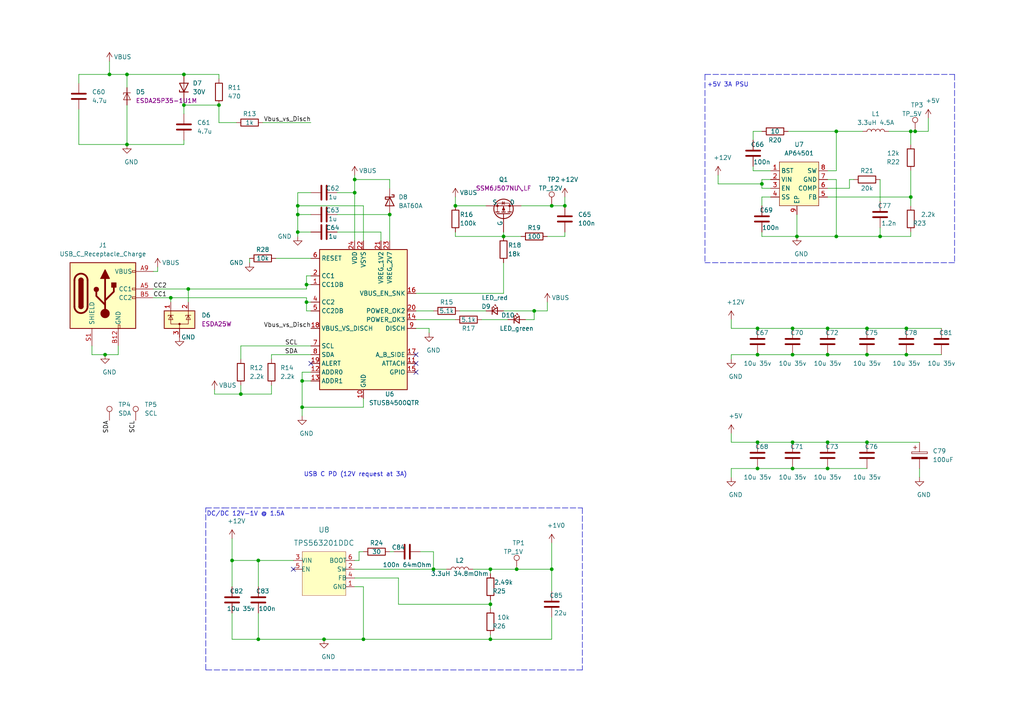
<source format=kicad_sch>
(kicad_sch (version 20211123) (generator eeschema)
  (paper "A4")
  (lib_symbols
    (symbol "CM4_NAS:AP64501"
      (property "Reference" "U" (at 0 8.89 0))
      (property "Value" "AP64501" (at 1.27 6.35 0))
      (symbol "AP64501_1_1"
        (pin passive line (at -7.62 2.54 0) (length 2.54) (name "BST") (number "1"))
        (pin power_in line (at -7.62 0 0) (length 2.54) (name "VIN") (number "2"))
        (pin input line (at -7.62 -2.54 0) (length 2.54) (name "EN") (number "3"))
        (pin input line (at -7.62 -5.08 0) (length 2.54) (name "SS") (number "4"))
        (pin input line (at 8.89 -5.08 180) (length 2.54) (name "FB") (number "5"))
        (pin input line (at 8.89 -2.54 180) (length 2.54) (name "COMP") (number "6"))
        (pin power_in line (at 8.89 0 180) (length 2.54) (name "GND") (number "7"))
        (pin output line (at 8.89 2.54 180) (length 2.54) (name "SW") (number "8"))
        (pin passive line (at 0 -10.16 90) (length 2.54) (name "EP") (number "9"))
      )
    )
    (symbol "CM4_NAS:ESDA25P35" (pin_numbers hide) (pin_names hide)
      (property "Reference" "D" (at 0 2.54 0))
      (property "MPN" "ESDA25P35" (at 0 -2.54 0))
      (symbol "ESDA25P35_1_1"
        (pin passive line (at -2.54 0 0) (length 2.54) (name "K1") (number "1"))
        (pin passive line (at 2.54 0 180) (length 2.54) (name "A") (number "2"))
      )
    )
    (symbol "CM4_NAS:ESDA25W" (pin_names hide)
      (property "Reference" "D" (at 5.715 2.54 0))
      (property "MPN" "ESDA25W" (at 10.16 0 0))
      (symbol "ESDA25W_0_0"
        (pin passive line (at 0 -5.08 90) (length 2.54) (name "A") (number "3"))
      )
      (symbol "ESDA25W_1_1"
        (pin passive line (at -2.54 5.08 270) (length 2.54) (name "K") (number "1"))
        (pin passive line (at 2.54 5.08 270) (length 2.54) (name "K") (number "2"))
      )
    )
    (symbol "CM4_NAS:SSM6J507NU" (pin_numbers hide) (pin_names (offset 0))
      (property "Reference" "Q" (at 5.08 1.27 0))
      (property "MPN" "SSM6J507NU" (at 11.43 -1.27 0))
      (symbol "SSM6J507NU_0_0"
        (pin passive line (at 2.54 5.08 270) (length 5.08) hide (name "D") (number "1"))
        (pin passive line (at 2.54 5.08 270) (length 5.08) hide (name "D") (number "2"))
        (pin passive line (at 2.54 5.08 270) (length 5.08) hide (name "D") (number "6"))
        (pin passive line (at 2.54 5.08 270) (length 5.08) (name "D") (number "D"))
        (pin passive line (at 2.54 -5.08 90) (length 5.08) (name "S") (number "S"))
      )
      (symbol "SSM6J507NU_1_1"
        (pin input line (at -5.08 0 0) (length 5.08) (name "G") (number "3"))
        (pin passive line (at 2.54 -5.08 90) (length 2.54) hide (name "S") (number "4"))
        (pin passive line (at 2.54 5.08 270) (length 2.54) hide (name "D") (number "5"))
      )
    )
    (symbol "CM4_NAS:TPS563201DDC" (pin_names (offset -0.254))
      (property "Reference" "U" (at -1.27 10.16 0))
      (property "Value" "TPS563201DDC" (at 0 7.62 0))
      (symbol "TPS563201DDC_1_1"
        (pin power_in line (at 8.89 -3.81 180) (length 2.54) (name "GND") (number "1"))
        (pin power_in line (at 8.89 1.27 180) (length 2.54) (name "SW") (number "2"))
        (pin power_in line (at -8.89 3.81 0) (length 2.54) (name "VIN") (number "3"))
        (pin input line (at 8.89 -1.27 180) (length 2.54) (name "FB") (number "4"))
        (pin input line (at -8.89 1.27 0) (length 2.54) (name "EN") (number "5"))
        (pin power_in line (at 8.89 3.81 180) (length 2.54) (name "BOOT") (number "6"))
      )
    )
    (symbol "CM4_NAS:USB_C_Receptacle_Charge" (pin_names (offset 1.016))
      (property "Reference" "J?" (at -0.3175 13.97 0))
      (property "Value" "USB_C_Receptacle_Charge" (at -0.3175 11.43 0))
      (symbol "USB_C_Receptacle_Charge_1_1"
        (pin passive line (at 3.81 -15.24 90) (length 5.08) hide (name "GND") (number "A12"))
        (pin bidirectional line (at 13.97 1.27 180) (length 5.08) (name "CC1") (number "A5"))
        (pin passive line (at 13.97 6.35 180) (length 5.08) (name "VBUS") (number "A9"))
        (pin passive line (at 3.81 -15.24 90) (length 5.08) (name "GND") (number "B12"))
        (pin bidirectional line (at 13.97 -1.27 180) (length 5.08) (name "CC2") (number "B5"))
        (pin passive line (at 13.97 6.35 180) (length 5.08) hide (name "VBUS") (number "B9"))
        (pin passive line (at -3.81 -15.24 90) (length 5.08) (name "SHIELD") (number "S1"))
        (pin passive line (at -3.81 -15.24 90) (length 5.08) hide (name "SHIELD") (number "S2"))
        (pin passive line (at -3.81 -15.24 90) (length 5.08) hide (name "SHIELD") (number "S3"))
        (pin passive line (at -3.81 -15.24 90) (length 5.08) hide (name "SHIELD") (number "S4"))
      )
    )
    (symbol "Connector:TestPoint" (pin_numbers hide) (pin_names (offset 0.762) hide)
      (property "Reference" "TP" (at 0 6.858 0))
      (property "Value" "TestPoint" (at 0 5.08 0))
      (symbol "TestPoint_1_1"
        (pin passive line (at 0 0 90) (length 2.54) (name "1") (number "1"))
      )
    )
    (symbol "Device:C" (pin_numbers hide) (pin_names (offset 0.254))
      (property "Reference" "C" (at 0.635 2.54 0))
      (property "Value" "C" (at 0.635 -2.54 0))
      (symbol "C_1_1"
        (pin passive line (at 0 3.81 270) (length 2.794) (name "~") (number "1"))
        (pin passive line (at 0 -3.81 90) (length 2.794) (name "~") (number "2"))
      )
    )
    (symbol "Device:C_Polarized" (pin_numbers hide) (pin_names (offset 0.254))
      (property "Reference" "C" (at 0.635 2.54 0))
      (property "Value" "C_Polarized" (at 0.635 -2.54 0))
      (symbol "C_Polarized_1_1"
        (pin passive line (at 0 3.81 270) (length 2.794) (name "~") (number "1"))
        (pin passive line (at 0 -3.81 90) (length 2.794) (name "~") (number "2"))
      )
    )
    (symbol "Device:D_Zener" (pin_numbers hide) (pin_names (offset 1.016) hide)
      (property "Reference" "D" (at 0 2.54 0))
      (property "Value" "D_Zener" (at 0 -2.54 0))
      (symbol "D_Zener_1_1"
        (pin passive line (at -3.81 0 0) (length 2.54) (name "K") (number "1"))
        (pin passive line (at 3.81 0 180) (length 2.54) (name "A") (number "2"))
      )
    )
    (symbol "Device:L" (pin_numbers hide) (pin_names (offset 1.016) hide)
      (property "Reference" "L" (at -1.27 0 90))
      (property "Value" "L" (at 1.905 0 90))
      (symbol "L_1_1"
        (pin passive line (at 0 3.81 270) (length 1.27) (name "1") (number "1"))
        (pin passive line (at 0 -3.81 90) (length 1.27) (name "2") (number "2"))
      )
    )
    (symbol "Device:LED_Small" (pin_numbers hide) (pin_names (offset 0.254) hide)
      (property "Reference" "D" (at -1.27 3.175 0))
      (property "Value" "LED_Small" (at -4.445 -2.54 0))
      (symbol "LED_Small_1_1"
        (pin passive line (at -2.54 0 0) (length 1.778) (name "K") (number "1"))
        (pin passive line (at 2.54 0 180) (length 1.778) (name "A") (number "2"))
      )
    )
    (symbol "Device:R" (pin_numbers hide) (pin_names (offset 0))
      (property "Reference" "R" (at 2.032 0 90))
      (property "Value" "R" (at 0 0 90))
      (symbol "R_1_1"
        (pin passive line (at 0 3.81 270) (length 1.27) (name "~") (number "1"))
        (pin passive line (at 0 -3.81 90) (length 1.27) (name "~") (number "2"))
      )
    )
    (symbol "Diode:BAT60A" (pin_numbers hide) (pin_names (offset 1.016) hide)
      (property "Reference" "D" (at 0 2.54 0))
      (property "Value" "BAT60A" (at 0 -2.54 0))
      (symbol "BAT60A_1_1"
        (pin passive line (at -3.81 0 0) (length 2.54) (name "K") (number "1"))
        (pin passive line (at 3.81 0 180) (length 2.54) (name "A") (number "2"))
      )
    )
    (symbol "Interface_USB:STUSB4500QTR"
      (property "Reference" "U" (at -12.7 21.59 0))
      (property "Value" "STUSB4500QTR" (at 8.89 -21.59 0))
      (symbol "STUSB4500QTR_1_1"
        (pin bidirectional line (at -15.24 10.16 0) (length 2.54) (name "CC1DB") (number "1"))
        (pin power_in line (at 0 -22.86 90) (length 2.54) (name "GND") (number "10"))
        (pin open_collector line (at 15.24 -12.7 180) (length 2.54) (name "ATTACH") (number "11"))
        (pin input line (at -15.24 -15.24 0) (length 2.54) (name "ADDR0") (number "12"))
        (pin input line (at -15.24 -17.78 0) (length 2.54) (name "ADDR1") (number "13"))
        (pin open_collector line (at 15.24 0 180) (length 2.54) (name "POWER_OK3") (number "14"))
        (pin open_collector line (at 15.24 -15.24 180) (length 2.54) (name "GPIO") (number "15"))
        (pin open_collector line (at 15.24 7.62 180) (length 2.54) (name "VBUS_EN_SNK") (number "16"))
        (pin open_collector line (at 15.24 -10.16 180) (length 2.54) (name "A_B_SIDE") (number "17"))
        (pin input line (at -15.24 -2.54 0) (length 2.54) (name "VBUS_VS_DISCH") (number "18"))
        (pin open_collector line (at -15.24 -12.7 0) (length 2.54) (name "ALERT") (number "19"))
        (pin bidirectional line (at -15.24 12.7 0) (length 2.54) (name "CC1") (number "2"))
        (pin open_collector line (at 15.24 2.54 180) (length 2.54) (name "POWER_OK2") (number "20"))
        (pin power_out line (at 5.08 22.86 270) (length 2.54) (name "VREG_1V2") (number "21"))
        (pin power_in line (at 0 22.86 270) (length 2.54) (name "VSYS") (number "22"))
        (pin power_out line (at 7.62 22.86 270) (length 2.54) (name "VREG_2V7") (number "23"))
        (pin power_in line (at -2.54 22.86 270) (length 2.54) (name "VDD") (number "24"))
        (pin passive line (at 0 -22.86 90) (length 2.54) hide (name "GND") (number "25"))
        (pin no_connect line (at -12.7 15.24 0) (length 2.54) hide (name "NC") (number "3"))
        (pin bidirectional line (at -15.24 5.08 0) (length 2.54) (name "CC2") (number "4"))
        (pin bidirectional line (at -15.24 2.54 0) (length 2.54) (name "CC2DB") (number "5"))
        (pin input line (at -15.24 17.78 0) (length 2.54) (name "RESET") (number "6"))
        (pin input line (at -15.24 -7.62 0) (length 2.54) (name "SCL") (number "7"))
        (pin bidirectional line (at -15.24 -10.16 0) (length 2.54) (name "SDA") (number "8"))
        (pin bidirectional line (at 15.24 -2.54 180) (length 2.54) (name "DISCH") (number "9"))
      )
    )
    (symbol "power:+12V" (power) (pin_names (offset 0))
      (property "Value" "+12V" (at 0 3.556 0))
      (symbol "+12V_1_1"
        (pin power_in line (at 0 0 90) (length 0) hide (name "+12V") (number "1"))
      )
    )
    (symbol "power:+1V0" (power) (pin_names (offset 0))
      (property "Value" "+1V0" (at 0 3.556 0))
      (symbol "+1V0_1_1"
        (pin power_in line (at 0 0 90) (length 0) hide (name "+1V0") (number "1"))
      )
    )
    (symbol "power:+5V" (power) (pin_names (offset 0))
      (property "Value" "+5V" (at 0 3.556 0))
      (symbol "+5V_1_1"
        (pin power_in line (at 0 0 90) (length 0) hide (name "+5V") (number "1"))
      )
    )
    (symbol "power:GND" (power) (pin_names (offset 0))
      (property "Value" "GND" (at 0 -3.81 0))
      (symbol "GND_1_1"
        (pin power_in line (at 0 0 270) (length 0) hide (name "GND") (number "1"))
      )
    )
    (symbol "power:VBUS" (power) (pin_names (offset 0))
      (property "Value" "VBUS" (at 0 3.81 0))
      (symbol "VBUS_1_1"
        (pin power_in line (at 0 0 90) (length 0) hide (name "VBUS") (number "1"))
      )
    )
  )
  (junction (at 242.57 38.1) (diameter 0.9144))
  (junction (at 142.24 175.26) (diameter 0.9144))
  (junction (at 69.85 114.3) (diameter 0.9144))
  (junction (at 88.9 82.55) (diameter 0.9144))
  (junction (at 102.87 55.88) (diameter 0.9144))
  (junction (at 142.24 165.1) (diameter 0.9144))
  (junction (at 105.41 185.42) (diameter 0.9144))
  (junction (at 264.16 57.15) (diameter 0.9144))
  (junction (at 146.05 68.58) (diameter 0.9144))
  (junction (at 125.73 165.1) (diameter 0.9144))
  (junction (at 219.71 95.25) (diameter 0.9144))
  (junction (at 86.36 62.23) (diameter 0.9144))
  (junction (at 74.93 162.56) (diameter 0.9144))
  (junction (at 86.36 67.31) (diameter 0.9144))
  (junction (at 142.24 185.42) (diameter 0.9144))
  (junction (at 240.03 95.25) (diameter 0.9144))
  (junction (at 30.48 102.87) (diameter 0.9144))
  (junction (at 53.34 21.59) (diameter 0.9144))
  (junction (at 113.03 62.23) (diameter 0.9144))
  (junction (at 31.75 21.59) (diameter 0.9144))
  (junction (at 240.03 135.89) (diameter 0.9144))
  (junction (at 251.46 102.87) (diameter 0.9144))
  (junction (at 229.87 95.25) (diameter 0.9144))
  (junction (at 102.87 52.07) (diameter 0.9144))
  (junction (at 74.93 185.42) (diameter 0.9144))
  (junction (at 251.46 128.27) (diameter 0.9144))
  (junction (at 163.83 59.69) (diameter 0.9144))
  (junction (at 49.53 86.36) (diameter 0.9144))
  (junction (at 154.94 90.17) (diameter 0.9144))
  (junction (at 251.46 95.25) (diameter 0.9144))
  (junction (at 229.87 128.27) (diameter 0.9144))
  (junction (at 86.36 59.69) (diameter 0.9144))
  (junction (at 262.89 95.25) (diameter 0.9144))
  (junction (at 220.98 53.34) (diameter 0.9144))
  (junction (at 87.63 118.11) (diameter 0.9144))
  (junction (at 36.83 41.91) (diameter 0.9144))
  (junction (at 240.03 128.27) (diameter 0.9144))
  (junction (at 264.16 38.1) (diameter 0.9144))
  (junction (at 219.71 135.89) (diameter 0.9144))
  (junction (at 87.63 110.49) (diameter 0.9144))
  (junction (at 219.71 128.27) (diameter 0.9144))
  (junction (at 219.71 102.87) (diameter 0.9144))
  (junction (at 93.98 185.42) (diameter 0.9144))
  (junction (at 255.27 68.58) (diameter 0.9144))
  (junction (at 242.57 68.58) (diameter 0.9144))
  (junction (at 53.34 30.48) (diameter 0.9144))
  (junction (at 160.02 59.69))
  (junction (at 229.87 135.89) (diameter 0.9144))
  (junction (at 149.86 165.1))
  (junction (at 265.43 38.1))
  (junction (at 63.5 30.48) (diameter 0.9144))
  (junction (at 88.9 87.63) (diameter 0.9144))
  (junction (at 240.03 102.87) (diameter 0.9144))
  (junction (at 229.87 102.87) (diameter 0.9144))
  (junction (at 231.14 68.58) (diameter 0.9144))
  (junction (at 132.08 59.69) (diameter 0.9144))
  (junction (at 160.02 165.1) (diameter 0.9144))
  (junction (at 67.31 162.56) (diameter 0.9144))
  (junction (at 36.83 21.59) (diameter 0.9144))
  (junction (at 262.89 102.87) (diameter 0.9144))
  (junction (at 54.61 83.82) (diameter 0.9144))
  (no_connect (at 120.65 102.87))
  (no_connect (at 85.09 165.1))
  (no_connect (at 120.65 105.41))
  (no_connect (at 120.65 107.95))
  (no_connect (at 90.17 105.41))
  (wire (pts (xy 142.24 173.99) (xy 142.24 175.26)))
  (wire (pts (xy 142.24 175.26) (xy 142.24 176.53)))
  (wire (pts (xy 120.65 90.17) (xy 125.73 90.17)))
  (wire (pts (xy 139.7 92.71) (xy 147.32 92.71)))
  (wire (pts (xy 242.57 68.58) (xy 231.14 68.58)))
  (wire (pts (xy 113.03 160.02) (xy 114.3 160.02)))
  (wire (pts (xy 229.87 128.27) (xy 240.03 128.27)))
  (wire (pts (xy 219.71 128.27) (xy 229.87 128.27)))
  (wire (pts (xy 87.63 110.49) (xy 87.63 107.95)))
  (wire (pts (xy 264.16 67.31) (xy 264.16 68.58)))
  (wire (pts (xy 26.67 102.87) (xy 30.48 102.87)))
  (wire (pts (xy 86.36 67.31) (xy 86.36 62.23)))
  (wire (pts (xy 63.5 35.56) (xy 63.5 30.48)))
  (wire (pts (xy 88.9 83.82) (xy 88.9 82.55)))
  (wire (pts (xy 44.45 78.74) (xy 45.72 78.74)))
  (wire (pts (xy 262.89 95.25) (xy 273.05 95.25)))
  (wire (pts (xy 78.74 114.3) (xy 69.85 114.3)))
  (wire (pts (xy 78.74 102.87) (xy 90.17 102.87)))
  (wire (pts (xy 212.09 95.25) (xy 219.71 95.25)))
  (wire (pts (xy 88.9 90.17) (xy 88.9 87.63)))
  (wire (pts (xy 102.87 165.1) (xy 125.73 165.1)))
  (wire (pts (xy 125.73 165.1) (xy 129.54 165.1)))
  (wire (pts (xy 219.71 102.87) (xy 212.09 102.87)))
  (wire (pts (xy 242.57 68.58) (xy 255.27 68.58)))
  (wire (pts (xy 251.46 128.27) (xy 266.7 128.27)))
  (wire (pts (xy 133.35 90.17) (xy 140.97 90.17)))
  (wire (pts (xy 53.34 29.21) (xy 53.34 30.48)))
  (wire (pts (xy 49.53 86.36) (xy 88.9 86.36)))
  (wire (pts (xy 146.05 68.58) (xy 151.13 68.58)))
  (wire (pts (xy 63.5 21.59) (xy 63.5 22.86)))
  (wire (pts (xy 22.86 31.75) (xy 22.86 41.91)))
  (polyline (pts (xy 276.86 76.2) (xy 204.47 76.2)) (stroke (width 0) (type dash)))
  (wire (pts (xy 251.46 95.25) (xy 262.89 95.25)))
  (wire (pts (xy 102.87 55.88) (xy 102.87 69.85)))
  (wire (pts (xy 242.57 38.1) (xy 250.19 38.1)))
  (wire (pts (xy 22.86 24.13) (xy 22.86 21.59)))
  (wire (pts (xy 269.24 34.29) (xy 269.24 38.1)))
  (wire (pts (xy 240.03 135.89) (xy 251.46 135.89)))
  (wire (pts (xy 212.09 125.73) (xy 212.09 128.27)))
  (wire (pts (xy 219.71 135.89) (xy 212.09 135.89)))
  (wire (pts (xy 240.03 102.87) (xy 229.87 102.87)))
  (wire (pts (xy 88.9 86.36) (xy 88.9 87.63)))
  (wire (pts (xy 62.23 114.3) (xy 69.85 114.3)))
  (wire (pts (xy 163.83 68.58) (xy 163.83 67.31)))
  (wire (pts (xy 132.08 67.31) (xy 132.08 68.58)))
  (wire (pts (xy 102.87 52.07) (xy 102.87 55.88)))
  (wire (pts (xy 74.93 162.56) (xy 85.09 162.56)))
  (polyline (pts (xy 204.47 21.59) (xy 276.86 21.59)) (stroke (width 0) (type dash)))
  (wire (pts (xy 102.87 167.64) (xy 115.57 167.64)))
  (wire (pts (xy 115.57 167.64) (xy 115.57 175.26)))
  (wire (pts (xy 115.57 175.26) (xy 142.24 175.26)))
  (wire (pts (xy 110.49 67.31) (xy 97.79 67.31)))
  (wire (pts (xy 120.65 85.09) (xy 146.05 85.09)))
  (wire (pts (xy 36.83 30.48) (xy 36.83 41.91)))
  (wire (pts (xy 121.92 160.02) (xy 125.73 160.02)))
  (wire (pts (xy 125.73 160.02) (xy 125.73 165.1)))
  (wire (pts (xy 218.44 40.64) (xy 218.44 38.1)))
  (wire (pts (xy 255.27 66.04) (xy 255.27 68.58)))
  (wire (pts (xy 240.03 95.25) (xy 251.46 95.25)))
  (polyline (pts (xy 204.47 21.59) (xy 204.47 76.2)) (stroke (width 0) (type dash)))
  (wire (pts (xy 30.48 102.87) (xy 34.29 102.87)))
  (wire (pts (xy 154.94 90.17) (xy 154.94 92.71)))
  (wire (pts (xy 87.63 118.11) (xy 105.41 118.11)))
  (wire (pts (xy 212.09 92.71) (xy 212.09 95.25)))
  (wire (pts (xy 273.05 102.87) (xy 262.89 102.87)))
  (wire (pts (xy 34.29 102.87) (xy 34.29 100.33)))
  (wire (pts (xy 88.9 80.01) (xy 88.9 82.55)))
  (wire (pts (xy 218.44 49.53) (xy 218.44 48.26)))
  (wire (pts (xy 67.31 177.8) (xy 67.31 185.42)))
  (wire (pts (xy 67.31 185.42) (xy 74.93 185.42)))
  (wire (pts (xy 74.93 185.42) (xy 93.98 185.42)))
  (wire (pts (xy 229.87 95.25) (xy 240.03 95.25)))
  (wire (pts (xy 86.36 59.69) (xy 105.41 59.69)))
  (wire (pts (xy 220.98 67.31) (xy 220.98 68.58)))
  (wire (pts (xy 208.28 53.34) (xy 220.98 53.34)))
  (wire (pts (xy 67.31 162.56) (xy 74.93 162.56)))
  (wire (pts (xy 67.31 170.18) (xy 67.31 162.56)))
  (wire (pts (xy 223.52 54.61) (xy 220.98 54.61)))
  (wire (pts (xy 53.34 40.64) (xy 53.34 41.91)))
  (wire (pts (xy 212.09 102.87) (xy 212.09 104.14)))
  (wire (pts (xy 220.98 52.07) (xy 223.52 52.07)))
  (wire (pts (xy 158.75 87.63) (xy 158.75 90.17)))
  (wire (pts (xy 69.85 114.3) (xy 69.85 111.76)))
  (wire (pts (xy 53.34 41.91) (xy 36.83 41.91)))
  (wire (pts (xy 142.24 165.1) (xy 149.86 165.1)))
  (wire (pts (xy 160.02 165.1) (xy 160.02 171.45)))
  (wire (pts (xy 154.94 92.71) (xy 152.4 92.71)))
  (wire (pts (xy 74.93 162.56) (xy 74.93 170.18)))
  (wire (pts (xy 158.75 68.58) (xy 163.83 68.58)))
  (wire (pts (xy 90.17 90.17) (xy 88.9 90.17)))
  (wire (pts (xy 229.87 102.87) (xy 219.71 102.87)))
  (wire (pts (xy 53.34 30.48) (xy 63.5 30.48)))
  (wire (pts (xy 44.45 86.36) (xy 49.53 86.36)))
  (wire (pts (xy 49.53 86.36) (xy 49.53 87.63)))
  (wire (pts (xy 265.43 38.1) (xy 264.16 38.1)))
  (wire (pts (xy 240.03 57.15) (xy 264.16 57.15)))
  (wire (pts (xy 54.61 83.82) (xy 54.61 87.63)))
  (wire (pts (xy 212.09 135.89) (xy 212.09 138.43)))
  (wire (pts (xy 78.74 104.14) (xy 78.74 102.87)))
  (wire (pts (xy 132.08 68.58) (xy 146.05 68.58)))
  (wire (pts (xy 90.17 110.49) (xy 87.63 110.49)))
  (wire (pts (xy 229.87 135.89) (xy 240.03 135.89)))
  (wire (pts (xy 124.46 95.25) (xy 124.46 96.52)))
  (wire (pts (xy 149.86 165.1) (xy 160.02 165.1)))
  (wire (pts (xy 68.58 35.56) (xy 63.5 35.56)))
  (wire (pts (xy 62.23 113.03) (xy 62.23 114.3)))
  (polyline (pts (xy 276.86 21.59) (xy 276.86 76.2)) (stroke (width 0) (type dash)))
  (wire (pts (xy 22.86 41.91) (xy 36.83 41.91)))
  (wire (pts (xy 120.65 95.25) (xy 124.46 95.25)))
  (wire (pts (xy 262.89 102.87) (xy 251.46 102.87)))
  (wire (pts (xy 31.75 21.59) (xy 31.75 17.78)))
  (wire (pts (xy 80.01 74.93) (xy 90.17 74.93)))
  (wire (pts (xy 36.83 21.59) (xy 31.75 21.59)))
  (wire (pts (xy 76.2 35.56) (xy 90.17 35.56)))
  (wire (pts (xy 86.36 62.23) (xy 90.17 62.23)))
  (wire (pts (xy 105.41 170.18) (xy 102.87 170.18)))
  (wire (pts (xy 105.41 185.42) (xy 105.41 170.18)))
  (wire (pts (xy 142.24 184.15) (xy 142.24 185.42)))
  (wire (pts (xy 142.24 185.42) (xy 105.41 185.42)))
  (wire (pts (xy 242.57 49.53) (xy 240.03 49.53)))
  (wire (pts (xy 146.05 67.31) (xy 146.05 68.58)))
  (wire (pts (xy 264.16 38.1) (xy 264.16 41.91)))
  (polyline (pts (xy 59.69 147.32) (xy 64.77 147.32)) (stroke (width 0) (type dash)))
  (polyline (pts (xy 59.69 194.31) (xy 59.69 147.32)) (stroke (width 0) (type dash)))
  (polyline (pts (xy 64.77 147.32) (xy 168.91 147.32)) (stroke (width 0) (type dash)))
  (polyline (pts (xy 168.91 147.32) (xy 168.91 194.31)) (stroke (width 0) (type dash)))
  (polyline (pts (xy 168.91 194.31) (xy 59.69 194.31)) (stroke (width 0) (type dash)))
  (wire (pts (xy 36.83 21.59) (xy 53.34 21.59)))
  (wire (pts (xy 53.34 21.59) (xy 63.5 21.59)))
  (wire (pts (xy 87.63 110.49) (xy 87.63 118.11)))
  (wire (pts (xy 88.9 80.01) (xy 90.17 80.01)))
  (wire (pts (xy 69.85 100.33) (xy 69.85 104.14)))
  (wire (pts (xy 257.81 38.1) (xy 264.16 38.1)))
  (wire (pts (xy 110.49 69.85) (xy 110.49 67.31)))
  (wire (pts (xy 151.13 59.69) (xy 160.02 59.69)))
  (wire (pts (xy 86.36 67.31) (xy 90.17 67.31)))
  (wire (pts (xy 212.09 128.27) (xy 219.71 128.27)))
  (wire (pts (xy 142.24 165.1) (xy 142.24 166.37)))
  (wire (pts (xy 86.36 68.58) (xy 86.36 67.31)))
  (wire (pts (xy 22.86 21.59) (xy 31.75 21.59)))
  (wire (pts (xy 102.87 52.07) (xy 113.03 52.07)))
  (wire (pts (xy 220.98 57.15) (xy 223.52 57.15)))
  (wire (pts (xy 163.83 57.15) (xy 163.83 59.69)))
  (wire (pts (xy 86.36 59.69) (xy 86.36 55.88)))
  (wire (pts (xy 264.16 68.58) (xy 255.27 68.58)))
  (wire (pts (xy 264.16 49.53) (xy 264.16 57.15)))
  (wire (pts (xy 88.9 87.63) (xy 90.17 87.63)))
  (wire (pts (xy 219.71 95.25) (xy 229.87 95.25)))
  (wire (pts (xy 266.7 135.89) (xy 266.7 138.43)))
  (wire (pts (xy 78.74 111.76) (xy 78.74 114.3)))
  (wire (pts (xy 231.14 68.58) (xy 231.14 62.23)))
  (wire (pts (xy 223.52 49.53) (xy 218.44 49.53)))
  (wire (pts (xy 132.08 57.15) (xy 132.08 59.69)))
  (wire (pts (xy 45.72 78.74) (xy 45.72 77.47)))
  (wire (pts (xy 54.61 83.82) (xy 88.9 83.82)))
  (wire (pts (xy 86.36 62.23) (xy 86.36 59.69)))
  (wire (pts (xy 220.98 59.69) (xy 220.98 57.15)))
  (wire (pts (xy 93.98 185.42) (xy 105.41 185.42)))
  (wire (pts (xy 102.87 162.56) (xy 104.14 162.56)))
  (wire (pts (xy 104.14 160.02) (xy 105.41 160.02)))
  (wire (pts (xy 104.14 162.56) (xy 104.14 160.02)))
  (wire (pts (xy 67.31 156.21) (xy 67.31 162.56)))
  (wire (pts (xy 142.24 185.42) (xy 160.02 185.42)))
  (wire (pts (xy 160.02 185.42) (xy 160.02 179.07)))
  (wire (pts (xy 220.98 54.61) (xy 220.98 53.34)))
  (wire (pts (xy 44.45 83.82) (xy 54.61 83.82)))
  (wire (pts (xy 90.17 82.55) (xy 88.9 82.55)))
  (wire (pts (xy 146.05 90.17) (xy 154.94 90.17)))
  (wire (pts (xy 220.98 68.58) (xy 231.14 68.58)))
  (wire (pts (xy 219.71 135.89) (xy 229.87 135.89)))
  (wire (pts (xy 72.39 74.93) (xy 72.39 76.2)))
  (wire (pts (xy 160.02 157.48) (xy 160.02 165.1)))
  (wire (pts (xy 158.75 90.17) (xy 154.94 90.17)))
  (wire (pts (xy 142.24 165.1) (xy 137.16 165.1)))
  (wire (pts (xy 160.02 59.69) (xy 163.83 59.69)))
  (wire (pts (xy 218.44 38.1) (xy 220.98 38.1)))
  (wire (pts (xy 240.03 54.61) (xy 246.38 54.61)))
  (wire (pts (xy 220.98 53.34) (xy 220.98 52.07)))
  (wire (pts (xy 208.28 50.8) (xy 208.28 53.34)))
  (wire (pts (xy 90.17 100.33) (xy 69.85 100.33)))
  (wire (pts (xy 146.05 85.09) (xy 146.05 76.2)))
  (wire (pts (xy 97.79 62.23) (xy 113.03 62.23)))
  (wire (pts (xy 120.65 92.71) (xy 132.08 92.71)))
  (wire (pts (xy 113.03 54.61) (xy 113.03 52.07)))
  (wire (pts (xy 97.79 55.88) (xy 102.87 55.88)))
  (wire (pts (xy 228.6 38.1) (xy 242.57 38.1)))
  (wire (pts (xy 242.57 38.1) (xy 242.57 49.53)))
  (wire (pts (xy 242.57 52.07) (xy 242.57 68.58)))
  (wire (pts (xy 53.34 30.48) (xy 53.34 33.02)))
  (wire (pts (xy 269.24 38.1) (xy 265.43 38.1)))
  (wire (pts (xy 255.27 52.07) (xy 255.27 58.42)))
  (wire (pts (xy 246.38 54.61) (xy 246.38 52.07)))
  (wire (pts (xy 240.03 128.27) (xy 251.46 128.27)))
  (wire (pts (xy 105.41 115.57) (xy 105.41 118.11)))
  (wire (pts (xy 87.63 107.95) (xy 90.17 107.95)))
  (wire (pts (xy 26.67 100.33) (xy 26.67 102.87)))
  (wire (pts (xy 36.83 25.4) (xy 36.83 21.59)))
  (wire (pts (xy 87.63 118.11) (xy 87.63 120.65)))
  (wire (pts (xy 86.36 55.88) (xy 90.17 55.88)))
  (wire (pts (xy 264.16 57.15) (xy 264.16 59.69)))
  (wire (pts (xy 246.38 52.07) (xy 247.65 52.07)))
  (wire (pts (xy 113.03 62.23) (xy 113.03 69.85)))
  (wire (pts (xy 102.87 50.8) (xy 102.87 52.07)))
  (wire (pts (xy 251.46 102.87) (xy 240.03 102.87)))
  (wire (pts (xy 240.03 52.07) (xy 242.57 52.07)))
  (wire (pts (xy 74.93 177.8) (xy 74.93 185.42)))
  (wire (pts (xy 105.41 69.85) (xy 105.41 59.69)))
  (wire (pts (xy 132.08 59.69) (xy 140.97 59.69)))
  (text "USB C PD (12V request at 3A)\n" (at 118.11 138.43 180) (effects (font (size 1.27 1.27)) (justify right bottom)))
  (text "DC/DC 12V-1V @ 1.5A" (at 82.55 149.86 180) (effects (font (size 1.27 1.27)) (justify right bottom)))
  (text "+5V 3A PSU" (at 217.17 25.4 180) (effects (font (size 1.27 1.27)) (justify right bottom)))
  (label "SDA" (at 86.36 102.87 180))
  (label "Vbus_vs_Disch" (at 90.17 95.25 180))
  (label "SCL" (at 86.36 100.33 180))
  (label "SDA" (at 31.75 121.92 270))
  (label "Vbus_vs_Disch" (at 90.17 35.56 180))
  (label "SCL" (at 39.37 121.92 270))
  (label "CC1" (at 44.45 86.36 0))
  (label "CC2" (at 44.45 83.82 0))
  (symbol (lib_id "Device:R") (at 78.74 107.95 0) (unit 1)
    (property "Reference" "R14" (at 81.28 106.68 0) (effects (justify left)))
    (property "Value" "2.2k" (at 81.28 109.22 0) (effects (justify left)))
    (property "Footprint" "Resistor_SMD:R_0402_1005Metric" (effects hide))
    (property "MFR" "Yageo" (effects hide))
    (property "MPN" "RC0402FR-132K2L" (effects hide))
  )
  (symbol (lib_id "power:GND") (at 231.14 68.58 0) (unit 1)
    (property "Reference" "#PWR0156" (effects hide))
    (property "Value" "GND" (at 232.41 73.66 0))
  )
  (symbol (lib_id "power:GND") (at 124.46 96.52 0) (unit 1)
    (property "Reference" "#PWR0146" (effects hide))
    (property "Value" "GND" (at 125.73 101.6 0))
  )
  (symbol (lib_id "Device:R") (at 132.08 63.5 0) (unit 1)
    (property "Reference" "R16" (at 133.35 62.23 0) (effects (justify left)))
    (property "Value" "100k" (at 133.35 64.77 0) (effects (justify left)))
    (property "Footprint" "Resistor_SMD:R_0402_1005Metric" (effects hide))
    (property "MFR" "Bourns" (effects hide))
    (property "MPN" "CR0402-FX-1003GLF" (effects hide))
  )
  (symbol (lib_id "Interface_USB:STUSB4500QTR") (at 105.41 92.71 0) (unit 1)
    (property "Reference" "U6" (at 113.03 114.3 0))
    (property "Value" "STUSB4500QTR" (at 114.3 116.84 0))
    (property "Footprint" "Package_DFN_QFN:QFN-24-1EP_4x4mm_P0.5mm_EP2.7x2.7mm" (effects hide))
    (property "Datasheet" "https://www.st.com/resource/en/datasheet/stusb4500.pdf" (effects hide))
    (property "MFR" "STMicroelectronics " (effects hide))
    (property "MPN" "STUSB4500QTR " (effects hide))
  )
  (symbol (lib_id "power:GND") (at 30.48 102.87 0) (unit 1)
    (property "Reference" "#PWR0149" (effects hide))
    (property "Value" "GND" (at 31.75 107.95 0))
  )
  (symbol (lib_id "power:VBUS") (at 62.23 113.03 0) (unit 1)
    (property "Reference" "#PWR0144" (effects hide))
    (property "Value" "VBUS" (at 66.04 111.76 0))
  )
  (symbol (lib_id "power:VBUS") (at 132.08 57.15 0) (unit 1)
    (property "Reference" "#PWR0153" (effects hide))
    (property "Value" "VBUS" (at 135.89 55.88 0))
  )
  (symbol (lib_id "power:GND") (at 212.09 138.43 0) (unit 1)
    (property "Reference" "#PWR0159" (effects hide))
    (property "Value" "GND" (at 213.36 143.51 0))
  )
  (symbol (lib_id "power:+12V") (at 67.31 156.21 0) (unit 1)
    (property "Reference" "#PWR0177" (effects hide))
    (property "Value" "+12V" (at 68.58 151.13 0))
  )
  (symbol (lib_id "Device:C") (at 53.34 36.83 0) (unit 1)
    (property "Reference" "C61" (at 57.15 35.56 0) (effects (justify left)))
    (property "Value" "4.7u" (at 57.15 38.1 0) (effects (justify left)))
    (property "Footprint" "Capacitor_SMD:C_0603_1608Metric" (effects hide))
    (property "MFR" "Samsung" (effects hide))
    (property "MPN" "CL10A475KO8NNNC" (effects hide))
  )
  (symbol (lib_id "CM4_NAS:SSM6J507NU") (at 146.05 62.23 270) (mirror x) (unit 1)
    (property "Reference" "Q1" (at 146.05 52.07 90))
    (property "Value" "SSM6J507NU" (effects hide))
    (property "Footprint" "CM4+NAS:UDFN6B" (effects hide))
    (property "MPN" "SSM6J507NU\\,LF" (at 146.05 54.61 90))
    (property "MFR" "Toshiba" (effects hide))
  )
  (symbol (lib_id "power:VBUS") (at 45.72 77.47 0) (unit 1)
    (property "Reference" "#PWR0147" (effects hide))
    (property "Value" "VBUS" (at 49.53 76.2 0))
  )
  (symbol (lib_id "Device:L") (at 254 38.1 90) (unit 1)
    (property "Reference" "L1" (at 254 33.02 90))
    (property "Value" "3.3uH 4.5A" (at 254 35.56 90))
    (property "Footprint" "Inductor_SMD:L_Bourns_SRN6045TA" (effects hide))
    (property "MFR" "Bourns" (effects hide))
    (property "MPN" "SRN6045TA-3R3Y" (effects hide))
  )
  (symbol (lib_id "power:GND") (at 72.39 76.2 0) (unit 1)
    (property "Reference" "#PWR0185" (effects hide))
    (property "Value" "GND" (at 68.58 76.2 0))
  )
  (symbol (lib_id "Device:C") (at 163.83 63.5 0) (unit 1)
    (property "Reference" "C65" (at 167.64 62.23 0) (effects (justify left)))
    (property "Value" "100n" (at 167.64 64.77 0) (effects (justify left)))
    (property "Footprint" "Capacitor_SMD:C_0402_1005Metric" (effects hide))
    (property "MFR" "Murata" (effects hide))
    (property "MPN" "GCM155R71C104KA55D" (effects hide))
  )
  (symbol (lib_id "Device:L") (at 133.35 165.1 90) (unit 1)
    (property "Reference" "L2" (at 133.35 162.56 90))
    (property "Value" "3.3uH 34.8mOhm" (at 133.35 166.37 90))
    (property "Footprint" "Inductor_SMD:L_Coilcraft_XxL4020" (effects hide))
    (property "MFR" "Coilcraft" (effects hide))
    (property "MPN" "XFL4020-332MEC" (effects hide))
  )
  (symbol (lib_id "Diode:BAT60A") (at 113.03 58.42 270) (unit 1)
    (property "Reference" "D8" (at 115.57 57.15 90) (effects (justify left)))
    (property "Value" "BAT60A" (at 115.57 59.69 90) (effects (justify left)))
    (property "Footprint" "Diode_SMD:D_SOD-323" (effects hide))
    (property "Datasheet" "https://www.infineon.com/dgdl/Infineon-BAT60ASERIES-DS-v01_01-en.pdf?fileId=db3a304313d846880113def70c9304a9" (effects hide))
    (property "MFR" "Infineon\\ Technologies" (effects hide))
    (property "MPN" "BAT\\ 60A\\ E6327" (effects hide))
    (property "SPN" "726-BAT60AE6327" (effects hide))
  )
  (symbol (lib_id "Device:C") (at 229.87 99.06 180) (unit 1)
    (property "Reference" "C70" (at 231.14 96.52 0))
    (property "Value" "10u 35v" (at 229.87 105.41 0))
    (property "Footprint" "Capacitor_SMD:C_0805_2012Metric" (effects hide))
    (property "MFR" "TDK" (effects hide))
    (property "MPN" "C2012X5R1V106M085AC" (effects hide))
  )
  (symbol (lib_id "Device:C") (at 251.46 99.06 180) (unit 1)
    (property "Reference" "C75" (at 252.73 96.52 0))
    (property "Value" "10u 35v" (at 251.46 105.41 0))
    (property "Footprint" "Capacitor_SMD:C_0805_2012Metric" (effects hide))
    (property "MFR" "TDK" (effects hide))
    (property "MPN" "C2012X5R1V106M085AC" (effects hide))
  )
  (symbol (lib_id "Device:C") (at 118.11 160.02 270) (unit 1)
    (property "Reference" "C84" (at 115.57 158.75 90))
    (property "Value" "100n 64mOhm" (at 118.11 163.83 90))
    (property "Footprint" "Capacitor_SMD:C_0402_1005Metric" (effects hide))
    (property "MFR" "TDK" (effects hide))
    (property "MPN" "CGA2B3X7R1H104K050BB " (effects hide))
  )
  (symbol (lib_id "Device:C") (at 67.31 173.99 180) (unit 1)
    (property "Reference" "C82" (at 68.58 171.45 0))
    (property "Value" "10u 35v" (at 69.85 176.53 0))
    (property "Footprint" "Capacitor_SMD:C_0603_1608Metric" (effects hide))
    (property "MFR" "TDK" (effects hide))
    (property "MPN" "C2012X5R1V106M085AC" (effects hide))
  )
  (symbol (lib_id "power:GND") (at 87.63 120.65 0) (unit 1)
    (property "Reference" "#PWR0143" (effects hide))
    (property "Value" "GND" (at 88.9 125.73 0))
  )
  (symbol (lib_id "Device:R") (at 69.85 107.95 0) (unit 1)
    (property "Reference" "R12" (at 72.39 106.68 0) (effects (justify left)))
    (property "Value" "2.2k" (at 72.39 109.22 0) (effects (justify left)))
    (property "Footprint" "Resistor_SMD:R_0402_1005Metric" (effects hide))
    (property "MFR" "Yageo" (effects hide))
    (property "MPN" "RC0402FR-132K2L" (effects hide))
  )
  (symbol (lib_id "power:GND") (at 93.98 185.42 0) (unit 1)
    (property "Reference" "#PWR0176" (effects hide))
    (property "Value" "GND" (at 95.25 190.5 0))
  )
  (symbol (lib_id "power:+1V0") (at 160.02 157.48 0) (unit 1)
    (property "Reference" "#PWR0178" (effects hide))
    (property "Value" "+1V0" (at 161.29 152.4 0))
  )
  (symbol (lib_id "power:+12V") (at 208.28 50.8 0) (unit 1)
    (property "Reference" "#PWR0158" (effects hide))
    (property "Value" "+12V" (at 209.55 45.72 0))
  )
  (symbol (lib_id "Connector:TestPoint") (at 265.43 38.1 0) (unit 1)
    (property "Reference" "TP3" (at 264.16 30.48 0) (effects (justify left)))
    (property "Value" "TP_5V" (at 261.62 33.02 0) (effects (justify left)))
    (property "Footprint" "TestPoint:TestPoint_Pad_D1.5mm" (effects hide))
    (property "DNP" "DNP" (effects hide))
  )
  (symbol (lib_id "Device:R") (at 142.24 170.18 180) (unit 1)
    (property "Reference" "R25" (at 144.78 171.45 0))
    (property "Value" "2.49k" (at 146.05 168.91 0))
    (property "Footprint" "Resistor_SMD:R_0402_1005Metric" (effects hide))
    (property "MFR" "Yageo" (effects hide))
    (property "MPN" "RC0402FR-072K49L" (effects hide))
  )
  (symbol (lib_id "CM4_NAS:USB_C_Receptacle_Charge") (at 30.48 85.09 0) (unit 1)
    (property "Reference" "J1" (at 29.845 71.12 0))
    (property "Value" "USB_C_Receptacle_Charge" (at 29.845 73.66 0))
    (property "Footprint" "CM4+NAS:GCT_USB4140-GF-0070-C_REV0.4" (effects hide))
    (property "Datasheet" "https://www.usb.org/sites/default/files/documents/usb_type-c.zip" (effects hide))
    (property "MFR" "GCT" (effects hide))
    (property "MPN" "USB4140-GF-0070-C " (effects hide))
  )
  (symbol (lib_id "power:GND") (at 266.7 138.43 0) (unit 1)
    (property "Reference" "#PWR0163" (effects hide))
    (property "Value" "GND" (at 267.97 143.51 0))
  )
  (symbol (lib_id "Device:R") (at 142.24 180.34 180) (unit 1)
    (property "Reference" "R26" (at 144.78 181.61 0))
    (property "Value" "10k" (at 146.05 179.07 0))
    (property "Footprint" "Resistor_SMD:R_0402_1005Metric" (effects hide))
    (property "MFR" "Yageo" (effects hide))
    (property "MPN" "RC0402FR-0710KP" (effects hide))
  )
  (symbol (lib_id "Device:C") (at 255.27 62.23 180) (unit 1)
    (property "Reference" "C77" (at 256.54 59.69 0))
    (property "Value" "1.2n" (at 257.81 64.77 0))
    (property "Footprint" "Capacitor_SMD:C_0402_1005Metric" (effects hide))
    (property "MFR" "AVX" (effects hide))
    (property "MPN" "0402YC122MAT2A" (effects hide))
  )
  (symbol (lib_id "power:GND") (at 212.09 104.14 0) (unit 1)
    (property "Reference" "#PWR0161" (effects hide))
    (property "Value" "GND" (at 213.36 109.22 0))
  )
  (symbol (lib_id "Device:R") (at 251.46 52.07 270) (unit 1)
    (property "Reference" "R21" (at 251.46 49.53 90))
    (property "Value" "20k" (at 251.46 54.61 90))
    (property "Footprint" "Resistor_SMD:R_0402_1005Metric" (effects hide))
    (property "MFR" "Yageo" (effects hide))
    (property "MPN" "RC0402FR-7D20KL" (effects hide))
  )
  (symbol (lib_id "Device:C") (at 160.02 175.26 180) (unit 1)
    (property "Reference" "C85" (at 161.29 172.72 0))
    (property "Value" "22u" (at 162.56 177.8 0))
    (property "Footprint" "Capacitor_SMD:C_0805_2012Metric" (effects hide))
    (property "MFR" "Samsung" (effects hide))
    (property "MPN" "CL21A226MQQNNNG" (effects hide))
  )
  (symbol (lib_id "Device:C") (at 273.05 99.06 180) (unit 1)
    (property "Reference" "C81" (at 274.32 96.52 0))
    (property "Value" "10u 35v" (at 273.05 105.41 0))
    (property "Footprint" "Capacitor_SMD:C_0805_2012Metric" (effects hide))
    (property "MFR" "TDK" (effects hide))
    (property "MPN" "C2012X5R1V106M085AC" (effects hide))
  )
  (symbol (lib_id "power:+12V") (at 212.09 92.71 0) (unit 1)
    (property "Reference" "#PWR0157" (effects hide))
    (property "Value" "+12V" (at 213.36 87.63 0))
  )
  (symbol (lib_id "power:GND") (at 36.83 41.91 0) (unit 1)
    (property "Reference" "#PWR0151" (effects hide))
    (property "Value" "GND" (at 38.1 46.99 0))
  )
  (symbol (lib_id "power:+5V") (at 269.24 34.29 0) (unit 1)
    (property "Reference" "#PWR0162" (effects hide))
    (property "Value" "+5V" (at 270.51 29.21 0))
  )
  (symbol (lib_id "CM4_NAS:ESDA25W") (at 52.07 92.71 0) (unit 1)
    (property "Reference" "D6" (at 58.42 91.44 0) (effects (justify left)))
    (property "Value" "ESDA25W" (effects hide))
    (property "Footprint" "Package_TO_SOT_SMD:SOT-323_SC-70" (effects hide))
    (property "Datasheet" "http://www.littelfuse.com/~/media/files/littelfuse/technical%20resources/documents/data%20sheets/sp05xxba.pdf" (effects hide))
    (property "MPN" "ESDA25W" (at 58.42 93.98 0) (effects (justify left)))
    (property "MFR" "STMicroelectronics " (effects hide))
    (property "SPN" "511-ESDA25W" (effects hide))
  )
  (symbol (lib_id "Device:R") (at 129.54 90.17 90) (unit 1)
    (property "Reference" "R15" (at 129.54 87.63 90))
    (property "Value" "5.1k" (at 129.54 90.17 90))
    (property "Footprint" "Resistor_SMD:R_0402_1005Metric" (effects hide))
    (property "MFR" "Yageo" (effects hide))
    (property "MPN" "RC0402FR-135K1L" (effects hide))
  )
  (symbol (lib_id "Device:C") (at 251.46 132.08 180) (unit 1)
    (property "Reference" "C76" (at 252.73 129.54 0))
    (property "Value" "10u 35v" (at 251.46 138.43 0))
    (property "Footprint" "Capacitor_SMD:C_0805_2012Metric" (effects hide))
    (property "MFR" "TDK" (effects hide))
    (property "MPN" "C2012X5R1V106M085AC" (effects hide))
  )
  (symbol (lib_id "Device:LED_Small") (at 149.86 92.71 0) (unit 1)
    (property "Reference" "D10" (at 147.32 91.44 0))
    (property "Value" "LED_green" (at 149.86 95.25 0))
    (property "Footprint" "LED_SMD:LED_0603_1608Metric" (effects hide))
    (property "MFR" "Kingbright" (effects hide))
    (property "MPN" "APTD1608LCGCK" (effects hide))
  )
  (symbol (lib_id "Device:C") (at 218.44 44.45 180) (unit 1)
    (property "Reference" "C66" (at 219.71 41.91 0))
    (property "Value" "100n" (at 220.98 46.99 0))
    (property "Footprint" "Capacitor_SMD:C_0402_1005Metric" (effects hide))
    (property "MFR" "Murata" (effects hide))
    (property "MPN" "GCM155R71C104KA55D" (effects hide))
  )
  (symbol (lib_id "Device:R") (at 264.16 63.5 180) (unit 1)
    (property "Reference" "R23" (at 266.7 64.77 0))
    (property "Value" "2.2k" (at 269.24 62.23 0))
    (property "Footprint" "Resistor_SMD:R_0402_1005Metric" (effects hide))
    (property "MFR" "Yageo" (effects hide))
    (property "MPN" "RC0402FR-132K2L" (effects hide))
  )
  (symbol (lib_id "Connector:TestPoint") (at 31.75 121.92 0) (unit 1)
    (property "Reference" "TP4" (at 34.29 117.3479 0) (effects (justify left)))
    (property "Value" "SDA" (at 34.29 119.8879 0) (effects (justify left)))
    (property "Footprint" "TestPoint:TestPoint_Pad_D1.0mm" (effects hide))
    (property "DNP" "DNP" (effects hide))
  )
  (symbol (lib_id "Device:C") (at 240.03 99.06 180) (unit 1)
    (property "Reference" "C72" (at 241.3 96.52 0))
    (property "Value" "10u 35v" (at 240.03 105.41 0))
    (property "Footprint" "Capacitor_SMD:C_0805_2012Metric" (effects hide))
    (property "MFR" "TDK" (effects hide))
    (property "MPN" "C2012X5R1V106M085AC" (effects hide))
  )
  (symbol (lib_id "Device:LED_Small") (at 143.51 90.17 0) (unit 1)
    (property "Reference" "D9" (at 140.97 88.9 0))
    (property "Value" "LED_red" (at 143.51 86.36 0))
    (property "Footprint" "LED_SMD:LED_0603_1608Metric" (effects hide))
    (property "MFR" "Kingbright" (effects hide))
    (property "MPN" "APHD1608LSURCK" (effects hide))
  )
  (symbol (lib_id "CM4_NAS:TPS563201DDC") (at 93.98 166.37 0) (unit 1)
    (property "Reference" "U8" (at 93.98 153.67 0) (effects (font (size 1.524 1.524))))
    (property "Value" "TPS563201DDC" (at 93.98 157.48 0) (effects (font (size 1.524 1.524))))
    (property "Footprint" "CM4+NAS:TPS56339DDCR" (effects hide))
    (property "MFR" "TI" (effects hide))
    (property "MPN" "TPS563201DDC" (effects hide))
  )
  (symbol (lib_id "Device:R") (at 109.22 160.02 90) (unit 1)
    (property "Reference" "R24" (at 109.22 157.48 90))
    (property "Value" "30" (at 109.22 160.02 90))
    (property "Footprint" "Resistor_SMD:R_0603_1608Metric" (effects hide))
    (property "MFR" "Yageo" (effects hide))
    (property "MPN" "RC0402FR-0730RL" (effects hide))
  )
  (symbol (lib_id "Device:C_Polarized") (at 266.7 132.08 0) (unit 1)
    (property "Reference" "C79" (at 270.51 130.81 0) (effects (justify left)))
    (property "Value" "100uF" (at 270.51 133.35 0) (effects (justify left)))
    (property "Footprint" "Capacitor_Tantalum_SMD:CP_EIA-7343-31_Kemet-D" (effects hide))
    (property "MFR" "Kemet" (effects hide))
    (property "MPN" "T591D107M010ATE080" (effects hide))
  )
  (symbol (lib_id "power:VBUS") (at 102.87 50.8 0) (unit 1)
    (property "Reference" "#PWR0152" (effects hide))
    (property "Value" "VBUS" (at 106.68 49.53 0))
  )
  (symbol (lib_id "Device:C") (at 22.86 27.94 0) (unit 1)
    (property "Reference" "C60" (at 26.67 26.67 0) (effects (justify left)))
    (property "Value" "4.7u" (at 26.67 29.21 0) (effects (justify left)))
    (property "Footprint" "Capacitor_SMD:C_0603_1608Metric" (effects hide))
    (property "MFR" "Samsung" (effects hide))
    (property "MPN" "CL10A475KO8NNNC" (effects hide))
  )
  (symbol (lib_id "Connector:TestPoint") (at 149.86 165.1 0) (unit 1)
    (property "Reference" "TP1" (at 148.59 157.48 0) (effects (justify left)))
    (property "Value" "TP_1V" (at 146.05 160.02 0) (effects (justify left)))
    (property "Footprint" "TestPoint:TestPoint_Pad_D1.5mm" (effects hide))
    (property "DNP" "DNP" (effects hide))
  )
  (symbol (lib_id "Device:R") (at 72.39 35.56 90) (unit 1)
    (property "Reference" "R13" (at 72.39 33.02 90))
    (property "Value" "1k" (at 72.39 35.56 90))
    (property "Footprint" "Resistor_SMD:R_0402_1005Metric" (effects hide))
    (property "MFR" "Yageo" (effects hide))
    (property "MPN" "AC0402FR-071KL" (effects hide))
  )
  (symbol (lib_id "Device:C") (at 219.71 132.08 180) (unit 1)
    (property "Reference" "C68" (at 220.98 129.54 0))
    (property "Value" "10u 35v" (at 219.71 138.43 0))
    (property "Footprint" "Capacitor_SMD:C_0805_2012Metric" (effects hide))
    (property "MFR" "TDK" (effects hide))
    (property "MPN" "C2012X5R1V106M085AC" (effects hide))
  )
  (symbol (lib_id "power:GND") (at 86.36 68.58 0) (unit 1)
    (property "Reference" "#PWR0145" (effects hide))
    (property "Value" "GND" (at 82.55 68.58 0))
  )
  (symbol (lib_id "power:+5V") (at 212.09 125.73 0) (unit 1)
    (property "Reference" "#PWR0160" (effects hide))
    (property "Value" "+5V" (at 213.36 120.65 0))
  )
  (symbol (lib_id "Device:C") (at 262.89 99.06 180) (unit 1)
    (property "Reference" "C78" (at 264.16 96.52 0))
    (property "Value" "10u 35v" (at 262.89 105.41 0))
    (property "Footprint" "Capacitor_SMD:C_0805_2012Metric" (effects hide))
    (property "MFR" "TDK" (effects hide))
    (property "MPN" "C2012X5R1V106M085AC" (effects hide))
  )
  (symbol (lib_id "Device:C") (at 240.03 132.08 180) (unit 1)
    (property "Reference" "C73" (at 241.3 129.54 0))
    (property "Value" "10u 35v" (at 240.03 138.43 0))
    (property "Footprint" "Capacitor_SMD:C_0805_2012Metric" (effects hide))
    (property "MFR" "TDK" (effects hide))
    (property "MPN" "C2012X5R1V106M085AC" (effects hide))
  )
  (symbol (lib_id "Connector:TestPoint") (at 39.37 121.92 0) (unit 1)
    (property "Reference" "TP5" (at 41.91 117.3479 0) (effects (justify left)))
    (property "Value" "SCL" (at 41.91 119.8879 0) (effects (justify left)))
    (property "Footprint" "TestPoint:TestPoint_Pad_D1.0mm" (effects hide))
    (property "DNP" "DNP" (effects hide))
  )
  (symbol (lib_id "Device:C") (at 93.98 67.31 90) (unit 1)
    (property "Reference" "C64" (at 96.52 66.04 90))
    (property "Value" "1u" (at 96.52 68.58 90))
    (property "Footprint" "Capacitor_SMD:C_0402_1005Metric" (effects hide))
    (property "MFR" "TDK" (effects hide))
    (property "MPN" "CGB2A1X5R1C105K033BC" (effects hide))
  )
  (symbol (lib_id "Device:C") (at 93.98 62.23 90) (unit 1)
    (property "Reference" "C63" (at 96.52 60.96 90))
    (property "Value" "1u" (at 96.52 63.5 90))
    (property "Footprint" "Capacitor_SMD:C_0402_1005Metric" (effects hide))
    (property "MFR" "TDK" (effects hide))
    (property "MPN" "CGB2A1X5R1C105K033BC" (effects hide))
  )
  (symbol (lib_id "power:+12V") (at 163.83 57.15 0) (unit 1)
    (property "Reference" "#PWR0154" (effects hide))
    (property "Value" "+12V" (at 165.1 52.07 0))
  )
  (symbol (lib_id "Device:R") (at 264.16 45.72 180) (unit 1)
    (property "Reference" "R22" (at 259.08 46.99 0))
    (property "Value" "12k" (at 259.08 44.45 0))
    (property "Footprint" "Resistor_SMD:R_0402_1005Metric" (effects hide))
    (property "MFR" "Yageo" (effects hide))
    (property "MPN" "RC0402FR-1312KL" (effects hide))
  )
  (symbol (lib_id "Connector:TestPoint") (at 160.02 59.69 0) (unit 1)
    (property "Reference" "TP2" (at 158.75 52.07 0) (effects (justify left)))
    (property "Value" "TP_12V" (at 156.21 54.61 0) (effects (justify left)))
    (property "Footprint" "TestPoint:TestPoint_Pad_D1.5mm" (effects hide))
    (property "DNP" "DNP" (effects hide))
  )
  (symbol (lib_id "Device:R") (at 63.5 26.67 0) (unit 1)
    (property "Reference" "R11" (at 66.04 25.4 0) (effects (justify left)))
    (property "Value" "470" (at 66.04 27.94 0) (effects (justify left)))
    (property "Footprint" "Resistor_SMD:R_0402_1005Metric" (effects hide))
    (property "MFR" "Yageo" (effects hide))
    (property "MPN" "RC0402FR-13470RL" (effects hide))
  )
  (symbol (lib_id "Device:C") (at 74.93 173.99 180) (unit 1)
    (property "Reference" "C83" (at 76.2 171.45 0))
    (property "Value" "100n" (at 77.47 176.53 0))
    (property "Footprint" "Capacitor_SMD:C_0402_1005Metric" (effects hide))
    (property "MFR" "Murata" (effects hide))
    (property "MPN" "GCM155R71C104KA55D" (effects hide))
  )
  (symbol (lib_id "Device:C") (at 93.98 55.88 90) (unit 1)
    (property "Reference" "C62" (at 96.52 54.61 90))
    (property "Value" "1u" (at 96.52 57.15 90))
    (property "Footprint" "Capacitor_SMD:C_0402_1005Metric" (effects hide))
    (property "MFR" "TDK" (effects hide))
    (property "MPN" "CGB2A1X5R1C105K033BC" (effects hide))
  )
  (symbol (lib_id "power:VBUS") (at 158.75 87.63 0) (unit 1)
    (property "Reference" "#PWR0155" (effects hide))
    (property "Value" "VBUS" (at 162.56 86.36 0))
  )
  (symbol (lib_id "Device:C") (at 219.71 99.06 180) (unit 1)
    (property "Reference" "C67" (at 220.98 96.52 0))
    (property "Value" "10u 35v" (at 219.71 105.41 0))
    (property "Footprint" "Capacitor_SMD:C_0805_2012Metric" (effects hide))
    (property "MFR" "TDK" (effects hide))
    (property "MPN" "C2012X5R1V106M085AC" (effects hide))
  )
  (symbol (lib_id "Device:R") (at 146.05 72.39 0) (unit 1)
    (property "Reference" "R18" (at 147.32 71.12 0) (effects (justify left)))
    (property "Value" "18k" (at 147.32 73.66 0) (effects (justify left)))
    (property "Footprint" "Resistor_SMD:R_0402_1005Metric" (effects hide))
    (property "MFR" "Yageo" (effects hide))
    (property "MPN" "AC0402FR-0718KL" (effects hide))
  )
  (symbol (lib_id "Device:R") (at 224.79 38.1 90) (unit 1)
    (property "Reference" "R20" (at 224.79 40.64 90))
    (property "Value" "10" (at 224.79 38.1 90))
    (property "Footprint" "Resistor_SMD:R_0402_1005Metric" (effects hide))
    (property "MFR" "Yageo" (effects hide))
  )
  (symbol (lib_id "CM4_NAS:ESDA25P35") (at 36.83 27.94 270) (unit 1)
    (property "Reference" "D5" (at 39.37 26.67 90) (effects (justify left)))
    (property "Value" "ESDA25P35" (effects hide))
    (property "Footprint" "CM4+NAS:1610" (effects hide))
    (property "Datasheet" "https://assets.nexperia.com/documents/data-sheet/PESDXL4UF_G_W.pdf" (effects hide))
    (property "MPN" "ESDA25P35-1U1M" (at 39.37 29.21 90) (effects (justify left)))
    (property "MFR" "STMicroelectronics " (effects hide))
  )
  (symbol (lib_id "Device:C") (at 220.98 63.5 180) (unit 1)
    (property "Reference" "C69" (at 222.25 60.96 0))
    (property "Value" "100n" (at 223.52 66.04 0))
    (property "Footprint" "Capacitor_SMD:C_0402_1005Metric" (effects hide))
    (property "MFR" "Murata" (effects hide))
    (property "MPN" "GCM155R71C104KA55D" (effects hide))
  )
  (symbol (lib_id "Device:R") (at 154.94 68.58 90) (unit 1)
    (property "Reference" "R19" (at 154.94 66.04 90))
    (property "Value" "100" (at 154.94 68.58 90))
    (property "Footprint" "Resistor_SMD:R_0402_1005Metric" (effects hide))
    (property "MFR" "Yageo" (effects hide))
    (property "MPN" "RC0402FR-10100RL" (effects hide))
  )
  (symbol (lib_id "Device:R") (at 135.89 92.71 90) (unit 1)
    (property "Reference" "R17" (at 135.89 95.25 90))
    (property "Value" "5.1k" (at 135.89 92.71 90))
    (property "Footprint" "Resistor_SMD:R_0402_1005Metric" (effects hide))
    (property "MFR" "Yageo" (effects hide))
    (property "MPN" "RC0402FR-135K1L" (effects hide))
  )
  (symbol (lib_id "Device:D_Zener") (at 53.34 25.4 90) (unit 1)
    (property "Reference" "D7" (at 55.88 24.13 90) (effects (justify right)))
    (property "Value" "30V" (at 55.88 26.67 90) (effects (justify right)))
    (property "Footprint" "Diode_SMD:D_0402_1005Metric" (effects hide))
    (property "MPN" "CDBQR0130L-HF" (effects hide))
    (property "MFR" "Comchip\\ Technology " (effects hide))
  )
  (symbol (lib_id "CM4_NAS:AP64501") (at 231.14 52.07 0) (unit 1)
    (property "Reference" "U7" (at 231.775 41.91 0))
    (property "Value" "AP64501" (at 231.775 44.45 0))
    (property "Footprint" "Package_SO:SOIC-8-1EP_3.9x4.9mm_P1.27mm_EP2.95x4.9mm_Mask2.71x3.4mm_ThermalVias" (effects hide))
    (property "MFR" "Diodes\\ Incorporated" (effects hide))
    (property "MPN" "AP64501SP-13" (effects hide))
  )
  (symbol (lib_id "power:VBUS") (at 31.75 17.78 0) (unit 1)
    (property "Reference" "#PWR0150" (effects hide))
    (property "Value" "VBUS" (at 35.56 16.51 0))
  )
  (symbol (lib_id "Device:C") (at 229.87 132.08 180) (unit 1)
    (property "Reference" "C71" (at 231.14 129.54 0))
    (property "Value" "10u 35v" (at 229.87 138.43 0))
    (property "Footprint" "Capacitor_SMD:C_0805_2012Metric" (effects hide))
    (property "MFR" "TDK" (effects hide))
    (property "MPN" "C2012X5R1V106M085AC" (effects hide))
  )
  (symbol (lib_id "Device:R") (at 76.2 74.93 270) (unit 1)
    (property "Reference" "R28" (at 76.2 72.39 90))
    (property "Value" "10k" (at 76.2 74.93 90))
    (property "Footprint" "Resistor_SMD:R_0402_1005Metric" (effects hide))
    (property "MFR" "Yageo" (effects hide))
    (property "MPN" "RC0402FR-0710KP" (effects hide))
  )
  (symbol (lib_id "power:GND") (at 52.07 97.79 0) (unit 1)
    (property "Reference" "#PWR0148" (effects hide))
    (property "Value" "GND" (at 54.61 97.79 0))
  )
)
</source>
